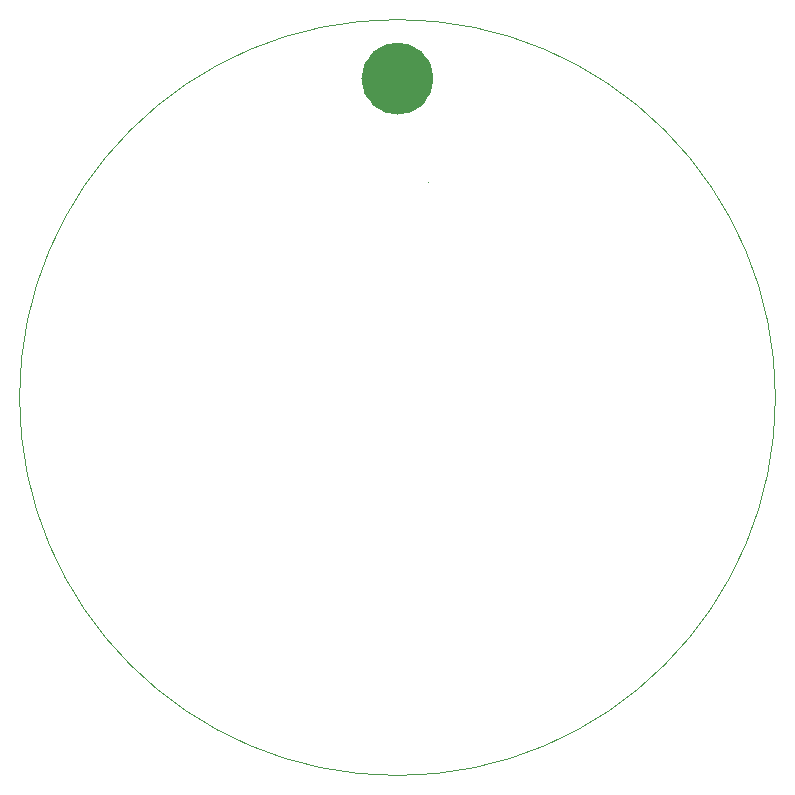
<source format=gm1>
G04 #@! TF.GenerationSoftware,KiCad,Pcbnew,(6.99.0-2103-gdc6c27b686)*
G04 #@! TF.CreationDate,2022-07-02T11:53:41+09:00*
G04 #@! TF.ProjectId,HAS,4841532e-6b69-4636-9164-5f7063625858,rev?*
G04 #@! TF.SameCoordinates,Original*
G04 #@! TF.FileFunction,Profile,NP*
%FSLAX46Y46*%
G04 Gerber Fmt 4.6, Leading zero omitted, Abs format (unit mm)*
G04 Created by KiCad (PCBNEW (6.99.0-2103-gdc6c27b686)) date 2022-07-02 11:53:41*
%MOMM*%
%LPD*%
G01*
G04 APERTURE LIST*
G04 #@! TA.AperFunction,Profile*
%ADD10C,0.100000*%
G04 #@! TD*
G04 #@! TA.AperFunction,Profile*
%ADD11C,3.050000*%
G04 #@! TD*
G04 APERTURE END LIST*
D10*
X162600001Y-81800000D02*
G75*
G03*
X162600001Y-81800000I-1J0D01*
G01*
X192000000Y-100000000D02*
G75*
G03*
X192000000Y-100000000I-32000000J0D01*
G01*
D11*
X161525000Y-73000000D02*
G75*
G03*
X161525000Y-73000000I-1525000J0D01*
G01*
M02*

</source>
